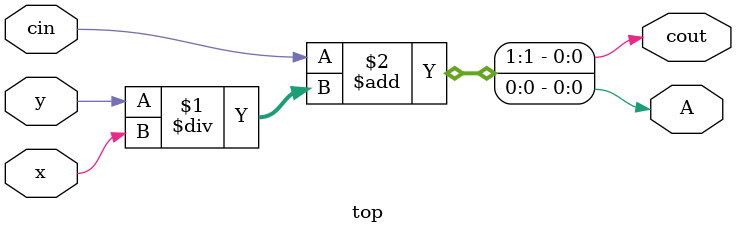
<source format=v>
module top
(
 input x,
 input y,
 input cin,

 output A,
 output cout
 );

assign {cout,A} =  cin + y / x;

endmodule

</source>
